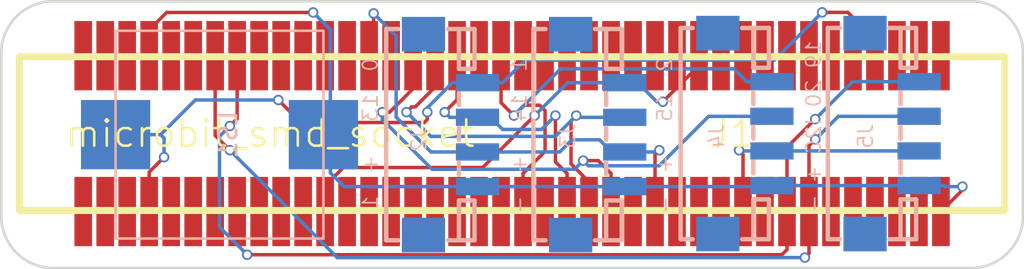
<source format=kicad_pcb>
(kicad_pcb (version 4) (host pcbnew 4.0.7)

  (general
    (links 77)
    (no_connects 37)
    (area 120.924999 83.924999 180.075001 99.075001)
    (thickness 1.6)
    (drawings 8)
    (tracks 205)
    (zones 0)
    (modules 6)
    (nets 22)
  )

  (page A4)
  (layers
    (0 F.Cu signal)
    (31 B.Cu signal)
    (32 B.Adhes user hide)
    (33 F.Adhes user hide)
    (34 B.Paste user)
    (35 F.Paste user)
    (36 B.SilkS user)
    (37 F.SilkS user hide)
    (38 B.Mask user hide)
    (39 F.Mask user hide)
    (40 Dwgs.User user hide)
    (41 Cmts.User user hide)
    (42 Eco1.User user hide)
    (43 Eco2.User user hide)
    (44 Edge.Cuts user)
    (45 Margin user hide)
    (46 B.CrtYd user hide)
    (47 F.CrtYd user hide)
    (48 B.Fab user hide)
    (49 F.Fab user hide)
  )

  (setup
    (last_trace_width 0.2)
    (trace_clearance 0.2)
    (zone_clearance 0.508)
    (zone_45_only no)
    (trace_min 0.2)
    (segment_width 0.2)
    (edge_width 0.15)
    (via_size 0.6)
    (via_drill 0.4)
    (via_min_size 0.4)
    (via_min_drill 0.3)
    (uvia_size 0.3)
    (uvia_drill 0.1)
    (uvias_allowed no)
    (uvia_min_size 0.2)
    (uvia_min_drill 0.1)
    (pcb_text_width 0.3)
    (pcb_text_size 1.5 1.5)
    (mod_edge_width 0.15)
    (mod_text_size 1 1)
    (mod_text_width 0.15)
    (pad_size 1.524 1.524)
    (pad_drill 0.762)
    (pad_to_mask_clearance 0.2)
    (aux_axis_origin 0 0)
    (visible_elements FFFFFF7F)
    (pcbplotparams
      (layerselection 0x00030_80000001)
      (usegerberextensions false)
      (excludeedgelayer true)
      (linewidth 0.100000)
      (plotframeref false)
      (viasonmask false)
      (mode 1)
      (useauxorigin false)
      (hpglpennumber 1)
      (hpglpenspeed 20)
      (hpglpendiameter 15)
      (hpglpenoverlay 2)
      (psnegative false)
      (psa4output false)
      (plotreference true)
      (plotvalue true)
      (plotinvisibletext false)
      (padsonsilk false)
      (subtractmaskfromsilk false)
      (outputformat 1)
      (mirror false)
      (drillshape 1)
      (scaleselection 1)
      (outputdirectory ""))
  )

  (net 0 "")
  (net 1 MB_0)
  (net 2 MB_1)
  (net 3 MB_2)
  (net 4 MB_3)
  (net 5 MB_4)
  (net 6 MB_5)
  (net 7 MB_6)
  (net 8 MB_7)
  (net 9 MB_8)
  (net 10 MB_9)
  (net 11 MB_10)
  (net 12 MB_11)
  (net 13 MB_12)
  (net 14 MB_13)
  (net 15 MB_14)
  (net 16 MB_15)
  (net 17 MB_16)
  (net 18 MB_19)
  (net 19 MB_20)
  (net 20 MB_3V3)
  (net 21 MB_GND)

  (net_class Default "This is the default net class."
    (clearance 0.2)
    (trace_width 0.2)
    (via_dia 0.6)
    (via_drill 0.4)
    (uvia_dia 0.3)
    (uvia_drill 0.1)
    (add_net MB_0)
    (add_net MB_1)
    (add_net MB_10)
    (add_net MB_11)
    (add_net MB_12)
    (add_net MB_13)
    (add_net MB_14)
    (add_net MB_15)
    (add_net MB_16)
    (add_net MB_19)
    (add_net MB_2)
    (add_net MB_20)
    (add_net MB_3)
    (add_net MB_3V3)
    (add_net MB_4)
    (add_net MB_5)
    (add_net MB_6)
    (add_net MB_7)
    (add_net MB_8)
    (add_net MB_9)
    (add_net MB_GND)
  )

  (module microbit-socket:smd_socket (layer F.Cu) (tedit 5A1D4357) (tstamp 5A1E8AF9)
    (at 150.495 91.44 180)
    (path /5A1D43CC)
    (fp_text reference J1 (at -12.7 0 180) (layer F.SilkS)
      (effects (font (thickness 0.15)))
    )
    (fp_text value microbit_smd_socket (at 13.97 0 180) (layer F.SilkS)
      (effects (font (thickness 0.15)))
    )
    (fp_line (start -28.45 -4.44) (end 28.45 -4.44) (layer F.SilkS) (width 0.4064))
    (fp_line (start 28.45 -4.44) (end 28.45 4.44) (layer F.SilkS) (width 0.4064))
    (fp_line (start 28.45 4.44) (end -28.45 4.44) (layer F.SilkS) (width 0.4064))
    (fp_line (start -28.45 4.44) (end -28.45 -4.44) (layer F.SilkS) (width 0.4064))
    (pad 25 smd rect (at -24.765 -4.5) (size 1.02 4) (layers F.Cu F.Paste F.Mask)
      (net 21 MB_GND))
    (pad 24 smd rect (at -23.495 -4.5) (size 1.02 4) (layers F.Cu F.Paste F.Mask)
      (net 21 MB_GND))
    (pad 24 smd rect (at -22.225 -4.5) (size 1.02 4) (layers F.Cu F.Paste F.Mask)
      (net 21 MB_GND))
    (pad 24 smd rect (at -20.955 -4.5) (size 1.02 4) (layers F.Cu F.Paste F.Mask)
      (net 21 MB_GND))
    (pad 24 smd rect (at -19.685 -4.5) (size 1.02 4) (layers F.Cu F.Paste F.Mask)
      (net 21 MB_GND))
    (pad 23 smd rect (at -18.415 -4.5) (size 1.02 4) (layers F.Cu F.Paste F.Mask)
      (net 21 MB_GND))
    (pad 19 smd rect (at -17.145 -4.5) (size 1.02 4) (layers F.Cu F.Paste F.Mask)
      (net 19 MB_20))
    (pad 18 smd rect (at -15.875 -4.5) (size 1.02 4) (layers F.Cu F.Paste F.Mask)
      (net 18 MB_19))
    (pad 22 smd rect (at -14.605 -4.5) (size 1.02 4) (layers F.Cu F.Paste F.Mask)
      (net 20 MB_3V3))
    (pad 21 smd rect (at -13.335 -4.5) (size 1.02 4) (layers F.Cu F.Paste F.Mask)
      (net 20 MB_3V3))
    (pad 21 smd rect (at -12.065 -4.5) (size 1.02 4) (layers F.Cu F.Paste F.Mask)
      (net 20 MB_3V3))
    (pad 21 smd rect (at -10.795 -4.5) (size 1.02 4) (layers F.Cu F.Paste F.Mask)
      (net 20 MB_3V3))
    (pad 21 smd rect (at -9.525 -4.5) (size 1.02 4) (layers F.Cu F.Paste F.Mask)
      (net 20 MB_3V3))
    (pad 20 smd rect (at -8.255 -4.5) (size 1.02 4) (layers F.Cu F.Paste F.Mask)
      (net 20 MB_3V3))
    (pad 17 smd rect (at -6.985 -4.5) (size 1.02 4) (layers F.Cu F.Paste F.Mask)
      (net 17 MB_16))
    (pad 16 smd rect (at -5.715 -4.5) (size 1.02 4) (layers F.Cu F.Paste F.Mask)
      (net 16 MB_15))
    (pad 15 smd rect (at -4.445 -4.5) (size 1.02 4) (layers F.Cu F.Paste F.Mask)
      (net 15 MB_14))
    (pad 14 smd rect (at -3.175 -4.5) (size 1.02 4) (layers F.Cu F.Paste F.Mask)
      (net 14 MB_13))
    (pad 3 smd rect (at -1.905 -4.5) (size 1.02 4) (layers F.Cu F.Paste F.Mask)
      (net 3 MB_2))
    (pad 3 smd rect (at -0.635 -4.5) (size 1.02 4) (layers F.Cu F.Paste F.Mask)
      (net 3 MB_2))
    (pad 3 smd rect (at 0.635 -4.5) (size 1.02 4) (layers F.Cu F.Paste F.Mask)
      (net 3 MB_2))
    (pad 3 smd rect (at 1.905 -4.5) (size 1.02 4) (layers F.Cu F.Paste F.Mask)
      (net 3 MB_2))
    (pad 13 smd rect (at 3.175 -4.5) (size 1.02 4) (layers F.Cu F.Paste F.Mask)
      (net 13 MB_12))
    (pad 12 smd rect (at 4.445 -4.5) (size 1.02 4) (layers F.Cu F.Paste F.Mask)
      (net 12 MB_11))
    (pad 11 smd rect (at 5.715 -4.5) (size 1.02 4) (layers F.Cu F.Paste F.Mask)
      (net 11 MB_10))
    (pad 10 smd rect (at 6.985 -4.5) (size 1.02 4) (layers F.Cu F.Paste F.Mask)
      (net 10 MB_9))
    (pad 9 smd rect (at 8.255 -4.5) (size 1.02 4) (layers F.Cu F.Paste F.Mask)
      (net 9 MB_8))
    (pad 2 smd rect (at 9.525 -4.5) (size 1.02 4) (layers F.Cu F.Paste F.Mask)
      (net 2 MB_1))
    (pad 2 smd rect (at 10.795 -4.5) (size 1.02 4) (layers F.Cu F.Paste F.Mask)
      (net 2 MB_1))
    (pad 2 smd rect (at 12.065 -4.5) (size 1.02 4) (layers F.Cu F.Paste F.Mask)
      (net 2 MB_1))
    (pad 2 smd rect (at 13.335 -4.5) (size 1.02 4) (layers F.Cu F.Paste F.Mask)
      (net 2 MB_1))
    (pad 8 smd rect (at 14.605 -4.5) (size 1.02 4) (layers F.Cu F.Paste F.Mask)
      (net 8 MB_7))
    (pad 7 smd rect (at 15.875 -4.5) (size 1.02 4) (layers F.Cu F.Paste F.Mask)
      (net 7 MB_6))
    (pad 6 smd rect (at 17.145 -4.5) (size 1.02 4) (layers F.Cu F.Paste F.Mask)
      (net 6 MB_5))
    (pad 5 smd rect (at 18.415 -4.5) (size 1.02 4) (layers F.Cu F.Paste F.Mask)
      (net 5 MB_4))
    (pad 1 smd rect (at 19.685 -4.5) (size 1.02 4) (layers F.Cu F.Paste F.Mask)
      (net 1 MB_0))
    (pad 1 smd rect (at 20.955 -4.5) (size 1.02 4) (layers F.Cu F.Paste F.Mask)
      (net 1 MB_0))
    (pad 1 smd rect (at 22.225 -4.5) (size 1.02 4) (layers F.Cu F.Paste F.Mask)
      (net 1 MB_0))
    (pad 1 smd rect (at 23.495 -4.5) (size 1.02 4) (layers F.Cu F.Paste F.Mask)
      (net 1 MB_0))
    (pad 4 smd rect (at 24.765 -4.5) (size 1.02 4) (layers F.Cu F.Paste F.Mask)
      (net 4 MB_3))
    (pad 50 smd rect (at 24.765 4.5 180) (size 1.02 4) (layers F.Cu F.Paste F.Mask)
      (net 21 MB_GND))
    (pad 49 smd rect (at 23.495 4.5 180) (size 1.02 4) (layers F.Cu F.Paste F.Mask)
      (net 21 MB_GND))
    (pad 49 smd rect (at 22.225 4.5 180) (size 1.02 4) (layers F.Cu F.Paste F.Mask)
      (net 21 MB_GND))
    (pad 49 smd rect (at 20.955 4.5 180) (size 1.02 4) (layers F.Cu F.Paste F.Mask)
      (net 21 MB_GND))
    (pad 49 smd rect (at 19.685 4.5 180) (size 1.02 4) (layers F.Cu F.Paste F.Mask)
      (net 21 MB_GND))
    (pad 48 smd rect (at 18.415 4.5 180) (size 1.02 4) (layers F.Cu F.Paste F.Mask)
      (net 21 MB_GND))
    (pad 44 smd rect (at 17.145 4.5 180) (size 1.02 4) (layers F.Cu F.Paste F.Mask)
      (net 19 MB_20))
    (pad 43 smd rect (at 15.875 4.5 180) (size 1.02 4) (layers F.Cu F.Paste F.Mask)
      (net 18 MB_19))
    (pad 47 smd rect (at 14.605 4.5 180) (size 1.02 4) (layers F.Cu F.Paste F.Mask)
      (net 20 MB_3V3))
    (pad 46 smd rect (at 13.335 4.5 180) (size 1.02 4) (layers F.Cu F.Paste F.Mask)
      (net 20 MB_3V3))
    (pad 46 smd rect (at 12.065 4.5 180) (size 1.02 4) (layers F.Cu F.Paste F.Mask)
      (net 20 MB_3V3))
    (pad 46 smd rect (at 10.795 4.5 180) (size 1.02 4) (layers F.Cu F.Paste F.Mask)
      (net 20 MB_3V3))
    (pad 46 smd rect (at 9.525 4.5 180) (size 1.02 4) (layers F.Cu F.Paste F.Mask)
      (net 20 MB_3V3))
    (pad 45 smd rect (at 8.255 4.5 180) (size 1.02 4) (layers F.Cu F.Paste F.Mask)
      (net 20 MB_3V3))
    (pad 42 smd rect (at 6.985 4.5 180) (size 1.02 4) (layers F.Cu F.Paste F.Mask)
      (net 17 MB_16))
    (pad 41 smd rect (at 5.715 4.5 180) (size 1.02 4) (layers F.Cu F.Paste F.Mask)
      (net 16 MB_15))
    (pad 40 smd rect (at 4.445 4.5 180) (size 1.02 4) (layers F.Cu F.Paste F.Mask)
      (net 15 MB_14))
    (pad 39 smd rect (at 3.175 4.5 180) (size 1.02 4) (layers F.Cu F.Paste F.Mask)
      (net 14 MB_13))
    (pad 28 smd rect (at 1.905 4.5 180) (size 1.02 4) (layers F.Cu F.Paste F.Mask)
      (net 3 MB_2))
    (pad 28 smd rect (at 0.635 4.5 180) (size 1.02 4) (layers F.Cu F.Paste F.Mask)
      (net 3 MB_2))
    (pad 28 smd rect (at -0.635 4.5 180) (size 1.02 4) (layers F.Cu F.Paste F.Mask)
      (net 3 MB_2))
    (pad 28 smd rect (at -1.905 4.5 180) (size 1.02 4) (layers F.Cu F.Paste F.Mask)
      (net 3 MB_2))
    (pad 38 smd rect (at -3.175 4.5 180) (size 1.02 4) (layers F.Cu F.Paste F.Mask)
      (net 13 MB_12))
    (pad 37 smd rect (at -4.445 4.5 180) (size 1.02 4) (layers F.Cu F.Paste F.Mask)
      (net 12 MB_11))
    (pad 36 smd rect (at -5.715 4.5 180) (size 1.02 4) (layers F.Cu F.Paste F.Mask)
      (net 11 MB_10))
    (pad 35 smd rect (at -6.985 4.5 180) (size 1.02 4) (layers F.Cu F.Paste F.Mask)
      (net 10 MB_9))
    (pad 34 smd rect (at -8.255 4.5 180) (size 1.02 4) (layers F.Cu F.Paste F.Mask)
      (net 9 MB_8))
    (pad 27 smd rect (at -9.525 4.5 180) (size 1.02 4) (layers F.Cu F.Paste F.Mask)
      (net 2 MB_1))
    (pad 27 smd rect (at -10.795 4.5 180) (size 1.02 4) (layers F.Cu F.Paste F.Mask)
      (net 2 MB_1))
    (pad 27 smd rect (at -12.065 4.5 180) (size 1.02 4) (layers F.Cu F.Paste F.Mask)
      (net 2 MB_1))
    (pad 27 smd rect (at -13.335 4.5 180) (size 1.02 4) (layers F.Cu F.Paste F.Mask)
      (net 2 MB_1))
    (pad 33 smd rect (at -14.605 4.5 180) (size 1.02 4) (layers F.Cu F.Paste F.Mask)
      (net 8 MB_7))
    (pad 32 smd rect (at -15.875 4.5 180) (size 1.02 4) (layers F.Cu F.Paste F.Mask)
      (net 7 MB_6))
    (pad 31 smd rect (at -17.145 4.5 180) (size 1.02 4) (layers F.Cu F.Paste F.Mask)
      (net 6 MB_5))
    (pad 30 smd rect (at -18.415 4.5 180) (size 1.02 4) (layers F.Cu F.Paste F.Mask)
      (net 5 MB_4))
    (pad 26 smd rect (at -19.685 4.5 180) (size 1.02 4) (layers F.Cu F.Paste F.Mask)
      (net 1 MB_0))
    (pad 26 smd rect (at -20.955 4.5 180) (size 1.02 4) (layers F.Cu F.Paste F.Mask)
      (net 1 MB_0))
    (pad 26 smd rect (at -22.225 4.5 180) (size 1.02 4) (layers F.Cu F.Paste F.Mask)
      (net 1 MB_0))
    (pad 26 smd rect (at -23.495 4.5 180) (size 1.02 4) (layers F.Cu F.Paste F.Mask)
      (net 1 MB_0))
    (pad 29 smd rect (at -24.765 4.5 180) (size 1.02 4) (layers F.Cu F.Paste F.Mask)
      (net 4 MB_3))
    (pad "" np_thru_hole circle (at -26.67 0 180) (size 2.2 2.2) (drill 2.2) (layers *.Cu))
    (pad "" np_thru_hole circle (at 26.67 0 180) (size 2.2 2.2) (drill 2.2) (layers *.Cu))
  )

  (module grove:HW4-SMD-2.0 (layer B.Cu) (tedit 5A1EA459) (tstamp 5A1E8B4E)
    (at 148.5 91.5 270)
    (path /5A1DEC5A)
    (fp_text reference J2 (at -0.5 2.9 270) (layer B.SilkS)
      (effects (font (size 0.84455 0.84455) (thickness 0.09779)) (justify left bottom mirror))
    )
    (fp_text value "0  13   +  1" (at -4.5 5.7 270) (layer B.SilkS)
      (effects (font (size 0.84455 0.84455) (thickness 0.09779)) (justify left bottom mirror))
    )
    (fp_line (start -6.1 1.073) (end -3.8 1.073) (layer B.SilkS) (width 0.254))
    (fp_line (start -6.1 5.273) (end 6.1 5.273) (layer B.SilkS) (width 0.254))
    (fp_line (start -6.1 1.073) (end -6.1 0.173) (layer B.SilkS) (width 0.254))
    (fp_line (start -6.1 0.173) (end -3.8 0.173) (layer B.SilkS) (width 0.254))
    (fp_line (start -3.8 0.173) (end -3.8 1.073) (layer B.SilkS) (width 0.254))
    (fp_line (start -3.8 1.073) (end 3.8 1.073) (layer Dwgs.User) (width 0.254))
    (fp_line (start 3.8 1.073) (end 6.1 1.073) (layer B.SilkS) (width 0.254))
    (fp_line (start 3.8 1.073) (end 3.8 0.173) (layer B.SilkS) (width 0.254))
    (fp_line (start 3.8 0.173) (end 6.1 0.173) (layer B.SilkS) (width 0.254))
    (fp_line (start 6.1 0.173) (end 6.1 1.073) (layer B.SilkS) (width 0.254))
    (fp_line (start -6.1 5.273) (end -6.1 4.573) (layer B.SilkS) (width 0.254))
    (fp_line (start -6.1 1.073) (end -6.1 1.719) (layer B.SilkS) (width 0.254))
    (fp_line (start 6.1 5.273) (end 6.1 4.573) (layer B.SilkS) (width 0.254))
    (fp_line (start 6.1 1.073) (end 6.1 1.719) (layer B.SilkS) (width 0.254))
    (fp_line (start -2.4 1.073) (end -1.7 1.073) (layer B.SilkS) (width 0.254))
    (fp_line (start -0.4 1.073) (end 0.3 1.073) (layer B.SilkS) (width 0.254))
    (fp_line (start 1.6 1.073) (end 2.3 1.073) (layer B.SilkS) (width 0.254))
    (pad 1 smd rect (at -3 0 180) (size 2.5 1) (layers B.Cu B.Paste B.Mask)
      (net 1 MB_0))
    (pad 2 smd rect (at -1 0 180) (size 2.5 1) (layers B.Cu B.Paste B.Mask)
      (net 14 MB_13))
    (pad 3 smd rect (at 1 0 180) (size 2.5 1) (layers B.Cu B.Paste B.Mask)
      (net 20 MB_3V3))
    (pad 4 smd rect (at 3 0 180) (size 2.5 1) (layers B.Cu B.Paste B.Mask)
      (net 21 MB_GND))
    (pad SS1 smd rect (at -5.8 3.123 180) (size 2.5 2) (layers B.Cu B.Paste B.Mask))
    (pad SS2 smd rect (at 5.8 3.123 180) (size 2.5 2) (layers B.Cu B.Paste B.Mask))
  )

  (module grove:HW4-SMD-2.0 (layer B.Cu) (tedit 5A1EA43E) (tstamp 5A1E8B68)
    (at 157 91.5 270)
    (path /5A1DECCE)
    (fp_text reference J3 (at -0.7 2.8 270) (layer B.SilkS)
      (effects (font (size 0.84455 0.84455) (thickness 0.09779)) (justify left bottom mirror))
    )
    (fp_text value "1  14   +  -" (at -4.5 5.6 270) (layer B.SilkS)
      (effects (font (size 0.84455 0.84455) (thickness 0.09779)) (justify left bottom mirror))
    )
    (fp_line (start -6.1 1.073) (end -3.8 1.073) (layer B.SilkS) (width 0.254))
    (fp_line (start -6.1 5.273) (end 6.1 5.273) (layer B.SilkS) (width 0.254))
    (fp_line (start -6.1 1.073) (end -6.1 0.173) (layer B.SilkS) (width 0.254))
    (fp_line (start -6.1 0.173) (end -3.8 0.173) (layer B.SilkS) (width 0.254))
    (fp_line (start -3.8 0.173) (end -3.8 1.073) (layer B.SilkS) (width 0.254))
    (fp_line (start -3.8 1.073) (end 3.8 1.073) (layer Dwgs.User) (width 0.254))
    (fp_line (start 3.8 1.073) (end 6.1 1.073) (layer B.SilkS) (width 0.254))
    (fp_line (start 3.8 1.073) (end 3.8 0.173) (layer B.SilkS) (width 0.254))
    (fp_line (start 3.8 0.173) (end 6.1 0.173) (layer B.SilkS) (width 0.254))
    (fp_line (start 6.1 0.173) (end 6.1 1.073) (layer B.SilkS) (width 0.254))
    (fp_line (start -6.1 5.273) (end -6.1 4.573) (layer B.SilkS) (width 0.254))
    (fp_line (start -6.1 1.073) (end -6.1 1.719) (layer B.SilkS) (width 0.254))
    (fp_line (start 6.1 5.273) (end 6.1 4.573) (layer B.SilkS) (width 0.254))
    (fp_line (start 6.1 1.073) (end 6.1 1.719) (layer B.SilkS) (width 0.254))
    (fp_line (start -2.4 1.073) (end -1.7 1.073) (layer B.SilkS) (width 0.254))
    (fp_line (start -0.4 1.073) (end 0.3 1.073) (layer B.SilkS) (width 0.254))
    (fp_line (start 1.6 1.073) (end 2.3 1.073) (layer B.SilkS) (width 0.254))
    (pad 1 smd rect (at -3 0 180) (size 2.5 1) (layers B.Cu B.Paste B.Mask)
      (net 2 MB_1))
    (pad 2 smd rect (at -1 0 180) (size 2.5 1) (layers B.Cu B.Paste B.Mask)
      (net 15 MB_14))
    (pad 3 smd rect (at 1 0 180) (size 2.5 1) (layers B.Cu B.Paste B.Mask)
      (net 20 MB_3V3))
    (pad 4 smd rect (at 3 0 180) (size 2.5 1) (layers B.Cu B.Paste B.Mask)
      (net 21 MB_GND))
    (pad SS1 smd rect (at -5.8 3.123 180) (size 2.5 2) (layers B.Cu B.Paste B.Mask))
    (pad SS2 smd rect (at 5.8 3.123 180) (size 2.5 2) (layers B.Cu B.Paste B.Mask))
  )

  (module grove:HW4-SMD-2.0 (layer B.Cu) (tedit 5A1EA42D) (tstamp 5A1E8B82)
    (at 165.5 91.44 270)
    (path /5A1DED22)
    (fp_text reference J4 (at -0.64 2.7 270) (layer B.SilkS)
      (effects (font (size 0.84455 0.84455) (thickness 0.09779)) (justify left bottom mirror))
    )
    (fp_text value "2  15   +  -" (at -4.44 5.7 270) (layer B.SilkS)
      (effects (font (size 0.84455 0.84455) (thickness 0.09779)) (justify left bottom mirror))
    )
    (fp_line (start -6.1 1.073) (end -3.8 1.073) (layer B.SilkS) (width 0.254))
    (fp_line (start -6.1 5.273) (end 6.1 5.273) (layer B.SilkS) (width 0.254))
    (fp_line (start -6.1 1.073) (end -6.1 0.173) (layer B.SilkS) (width 0.254))
    (fp_line (start -6.1 0.173) (end -3.8 0.173) (layer B.SilkS) (width 0.254))
    (fp_line (start -3.8 0.173) (end -3.8 1.073) (layer B.SilkS) (width 0.254))
    (fp_line (start -3.8 1.073) (end 3.8 1.073) (layer Dwgs.User) (width 0.254))
    (fp_line (start 3.8 1.073) (end 6.1 1.073) (layer B.SilkS) (width 0.254))
    (fp_line (start 3.8 1.073) (end 3.8 0.173) (layer B.SilkS) (width 0.254))
    (fp_line (start 3.8 0.173) (end 6.1 0.173) (layer B.SilkS) (width 0.254))
    (fp_line (start 6.1 0.173) (end 6.1 1.073) (layer B.SilkS) (width 0.254))
    (fp_line (start -6.1 5.273) (end -6.1 4.573) (layer B.SilkS) (width 0.254))
    (fp_line (start -6.1 1.073) (end -6.1 1.719) (layer B.SilkS) (width 0.254))
    (fp_line (start 6.1 5.273) (end 6.1 4.573) (layer B.SilkS) (width 0.254))
    (fp_line (start 6.1 1.073) (end 6.1 1.719) (layer B.SilkS) (width 0.254))
    (fp_line (start -2.4 1.073) (end -1.7 1.073) (layer B.SilkS) (width 0.254))
    (fp_line (start -0.4 1.073) (end 0.3 1.073) (layer B.SilkS) (width 0.254))
    (fp_line (start 1.6 1.073) (end 2.3 1.073) (layer B.SilkS) (width 0.254))
    (pad 1 smd rect (at -3 0 180) (size 2.5 1) (layers B.Cu B.Paste B.Mask)
      (net 3 MB_2))
    (pad 2 smd rect (at -1 0 180) (size 2.5 1) (layers B.Cu B.Paste B.Mask)
      (net 16 MB_15))
    (pad 3 smd rect (at 1 0 180) (size 2.5 1) (layers B.Cu B.Paste B.Mask)
      (net 20 MB_3V3))
    (pad 4 smd rect (at 3 0 180) (size 2.5 1) (layers B.Cu B.Paste B.Mask)
      (net 21 MB_GND))
    (pad SS1 smd rect (at -5.8 3.123 180) (size 2.5 2) (layers B.Cu B.Paste B.Mask))
    (pad SS2 smd rect (at 5.8 3.123 180) (size 2.5 2) (layers B.Cu B.Paste B.Mask))
  )

  (module grove:HW4-SMD-2.0 (layer B.Cu) (tedit 5A1EA40F) (tstamp 5A1E8B9C)
    (at 174 91.44 270)
    (path /5A1DEE26)
    (fp_text reference J5 (at -0.64 2.6 270) (layer B.SilkS)
      (effects (font (size 0.84455 0.84455) (thickness 0.09779)) (justify left bottom mirror))
    )
    (fp_text value "19 20 I2C + -" (at -5.44 5.6 270) (layer B.SilkS)
      (effects (font (size 0.84455 0.84455) (thickness 0.09779)) (justify left bottom mirror))
    )
    (fp_line (start -6.1 1.073) (end -3.8 1.073) (layer B.SilkS) (width 0.254))
    (fp_line (start -6.1 5.273) (end 6.1 5.273) (layer B.SilkS) (width 0.254))
    (fp_line (start -6.1 1.073) (end -6.1 0.173) (layer B.SilkS) (width 0.254))
    (fp_line (start -6.1 0.173) (end -3.8 0.173) (layer B.SilkS) (width 0.254))
    (fp_line (start -3.8 0.173) (end -3.8 1.073) (layer B.SilkS) (width 0.254))
    (fp_line (start -3.8 1.073) (end 3.8 1.073) (layer Dwgs.User) (width 0.254))
    (fp_line (start 3.8 1.073) (end 6.1 1.073) (layer B.SilkS) (width 0.254))
    (fp_line (start 3.8 1.073) (end 3.8 0.173) (layer B.SilkS) (width 0.254))
    (fp_line (start 3.8 0.173) (end 6.1 0.173) (layer B.SilkS) (width 0.254))
    (fp_line (start 6.1 0.173) (end 6.1 1.073) (layer B.SilkS) (width 0.254))
    (fp_line (start -6.1 5.273) (end -6.1 4.573) (layer B.SilkS) (width 0.254))
    (fp_line (start -6.1 1.073) (end -6.1 1.719) (layer B.SilkS) (width 0.254))
    (fp_line (start 6.1 5.273) (end 6.1 4.573) (layer B.SilkS) (width 0.254))
    (fp_line (start 6.1 1.073) (end 6.1 1.719) (layer B.SilkS) (width 0.254))
    (fp_line (start -2.4 1.073) (end -1.7 1.073) (layer B.SilkS) (width 0.254))
    (fp_line (start -0.4 1.073) (end 0.3 1.073) (layer B.SilkS) (width 0.254))
    (fp_line (start 1.6 1.073) (end 2.3 1.073) (layer B.SilkS) (width 0.254))
    (pad 1 smd rect (at -3 0 180) (size 2.5 1) (layers B.Cu B.Paste B.Mask)
      (net 18 MB_19))
    (pad 2 smd rect (at -1 0 180) (size 2.5 1) (layers B.Cu B.Paste B.Mask)
      (net 19 MB_20))
    (pad 3 smd rect (at 1 0 180) (size 2.5 1) (layers B.Cu B.Paste B.Mask)
      (net 20 MB_3V3))
    (pad 4 smd rect (at 3 0 180) (size 2.5 1) (layers B.Cu B.Paste B.Mask)
      (net 21 MB_GND))
    (pad SS1 smd rect (at -5.8 3.123 180) (size 2.5 2) (layers B.Cu B.Paste B.Mask))
    (pad SS2 smd rect (at 5.8 3.123 180) (size 2.5 2) (layers B.Cu B.Paste B.Mask))
  )

  (module piezo:PKLCS1212E4001-R1 (layer B.Cu) (tedit 5A1E99A6) (tstamp 5A1E9A75)
    (at 133.6 91.5 270)
    (path /5A1DF0A4)
    (fp_text reference LS1 (at 0 -0.5 270) (layer B.SilkS)
      (effects (font (size 1 1) (thickness 0.15)) (justify mirror))
    )
    (fp_text value Speaker (at 0 0.5 270) (layer B.Fab)
      (effects (font (size 1 1) (thickness 0.15)) (justify mirror))
    )
    (fp_line (start -6 6) (end 6 6) (layer B.SilkS) (width 0.15))
    (fp_line (start -6 -6) (end -6 6) (layer B.SilkS) (width 0.15))
    (fp_line (start 6 -6) (end -6 -6) (layer B.SilkS) (width 0.15))
    (fp_line (start 6 6) (end 6 -6) (layer B.SilkS) (width 0.15))
    (pad 1 smd rect (at 0 6 270) (size 4 4) (layers B.Cu B.Paste B.Mask)
      (net 1 MB_0))
    (pad 2 smd rect (at 0 -6 270) (size 4 4) (layers B.Cu B.Paste B.Mask)
      (net 21 MB_GND))
  )

  (gr_arc (start 177 86.8) (end 177 83.8) (angle 90) (layer Edge.Cuts) (width 0.15))
  (gr_arc (start 177 96.2) (end 180 96.2) (angle 90) (layer Edge.Cuts) (width 0.15))
  (gr_arc (start 124 96.2) (end 124 99.2) (angle 90) (layer Edge.Cuts) (width 0.15))
  (gr_arc (start 124 86.8) (end 121 86.8) (angle 90) (layer Edge.Cuts) (width 0.15))
  (gr_line (start 177 99.2) (end 124 99.2) (layer Edge.Cuts) (width 0.15))
  (gr_line (start 180 86.8) (end 180 96.2) (layer Edge.Cuts) (width 0.15))
  (gr_line (start 124 83.8) (end 177 83.8) (layer Edge.Cuts) (width 0.15))
  (gr_line (start 121 86.8) (end 121 96.2) (layer Edge.Cuts) (width 0.15))

  (segment (start 145.6 90.624264) (end 145.6 90.2) (width 0.2) (layer F.Cu) (net 1))
  (segment (start 137 89.5) (end 138.300001 90.800001) (width 0.2) (layer F.Cu) (net 1))
  (segment (start 145.424263 90.800001) (end 145.6 90.624264) (width 0.2) (layer F.Cu) (net 1))
  (segment (start 138.300001 90.800001) (end 145.424263 90.800001) (width 0.2) (layer F.Cu) (net 1))
  (segment (start 147.05 88.5) (end 145.6 89.95) (width 0.2) (layer B.Cu) (net 1))
  (segment (start 148.5 88.5) (end 147.05 88.5) (width 0.2) (layer B.Cu) (net 1))
  (segment (start 145.6 89.95) (end 145.6 90.2) (width 0.2) (layer B.Cu) (net 1))
  (via (at 145.6 90.2) (size 0.6) (drill 0.4) (layers F.Cu B.Cu) (net 1))
  (segment (start 130.4 91.7) (end 130.4 92.375736) (width 0.2) (layer B.Cu) (net 1))
  (segment (start 130.100001 93.099999) (end 130.4 92.8) (width 0.2) (layer F.Cu) (net 1))
  (segment (start 130.4 92.375736) (end 130.4 92.8) (width 0.2) (layer B.Cu) (net 1))
  (segment (start 129.54 93.66) (end 130.100001 93.099999) (width 0.2) (layer F.Cu) (net 1))
  (segment (start 129.54 95.94) (end 129.54 93.66) (width 0.2) (layer F.Cu) (net 1))
  (segment (start 130.2 91.5) (end 130.4 91.7) (width 0.2) (layer B.Cu) (net 1))
  (via (at 130.4 92.8) (size 0.6) (drill 0.4) (layers F.Cu B.Cu) (net 1))
  (segment (start 168.100001 84.739965) (end 168.4 84.439966) (width 0.2) (layer B.Cu) (net 1))
  (segment (start 165.639966 87.2) (end 168.100001 84.739965) (width 0.2) (layer B.Cu) (net 1))
  (segment (start 151.25 87.2) (end 165.639966 87.2) (width 0.2) (layer B.Cu) (net 1))
  (segment (start 149.95 88.5) (end 151.25 87.2) (width 0.2) (layer B.Cu) (net 1))
  (segment (start 148.5 88.5) (end 149.95 88.5) (width 0.2) (layer B.Cu) (net 1))
  (segment (start 168.824264 84.439966) (end 168.4 84.439966) (width 0.2) (layer F.Cu) (net 1))
  (segment (start 169.879966 84.439966) (end 168.824264 84.439966) (width 0.2) (layer F.Cu) (net 1))
  (segment (start 170.18 84.74) (end 169.879966 84.439966) (width 0.2) (layer F.Cu) (net 1))
  (segment (start 170.18 86.94) (end 170.18 84.74) (width 0.2) (layer F.Cu) (net 1))
  (via (at 168.4 84.439966) (size 0.6) (drill 0.4) (layers F.Cu B.Cu) (net 1))
  (segment (start 130.2 91.5) (end 132.2 89.5) (width 0.2) (layer B.Cu) (net 1))
  (segment (start 132.2 89.5) (end 137 89.5) (width 0.2) (layer B.Cu) (net 1))
  (via (at 137 89.5) (size 0.6) (drill 0.4) (layers F.Cu B.Cu) (net 1))
  (segment (start 173.99 86.94) (end 170.18 86.94) (width 0.2) (layer F.Cu) (net 1))
  (segment (start 127 95.94) (end 130.81 95.94) (width 0.2) (layer F.Cu) (net 1))
  (segment (start 128 91.5) (end 130.2 91.5) (width 0.2) (layer B.Cu) (net 1))
  (segment (start 139.7 95.94) (end 139.7 94.45) (width 0.2) (layer F.Cu) (net 2))
  (segment (start 139.7 94.45) (end 140.75 93.4) (width 0.2) (layer F.Cu) (net 2))
  (segment (start 140.75 93.4) (end 148.799996 93.4) (width 0.2) (layer F.Cu) (net 2))
  (segment (start 157 88.5) (end 153.699996 88.5) (width 0.2) (layer B.Cu) (net 2))
  (segment (start 148.799996 93.4) (end 151.499988 90.700008) (width 0.2) (layer F.Cu) (net 2))
  (segment (start 151.499988 90.700008) (end 151.799987 90.400009) (width 0.2) (layer F.Cu) (net 2))
  (segment (start 152.099986 90.10001) (end 151.799987 90.400009) (width 0.2) (layer B.Cu) (net 2))
  (segment (start 153.699996 88.5) (end 152.099986 90.10001) (width 0.2) (layer B.Cu) (net 2))
  (via (at 151.799987 90.400009) (size 0.6) (drill 0.4) (layers F.Cu B.Cu) (net 2))
  (segment (start 158.85 89.6) (end 159.2 89.6) (width 0.2) (layer B.Cu) (net 2))
  (segment (start 157.75 88.5) (end 158.85 89.6) (width 0.2) (layer B.Cu) (net 2))
  (segment (start 157 88.5) (end 157.75 88.5) (width 0.2) (layer B.Cu) (net 2))
  (segment (start 160.8 88) (end 159.2 89.6) (width 0.2) (layer F.Cu) (net 2))
  (via (at 159.2 89.6) (size 0.6) (drill 0.4) (layers F.Cu B.Cu) (net 2))
  (segment (start 160.02 86.94) (end 163.83 86.94) (width 0.2) (layer F.Cu) (net 2))
  (segment (start 137.16 95.94) (end 140.97 95.94) (width 0.2) (layer F.Cu) (net 2))
  (segment (start 151.13 93.74) (end 152.4 92.47) (width 0.2) (layer F.Cu) (net 3))
  (segment (start 152.4 92.47) (end 152.4 90.111998) (width 0.2) (layer F.Cu) (net 3))
  (segment (start 151.13 95.94) (end 151.13 93.74) (width 0.2) (layer F.Cu) (net 3))
  (segment (start 153.300001 87.699999) (end 150.899999 90.100001) (width 0.2) (layer B.Cu) (net 3))
  (segment (start 163.309999 87.699999) (end 153.300001 87.699999) (width 0.2) (layer B.Cu) (net 3))
  (segment (start 149.86 86.94) (end 149.86 89.66) (width 0.2) (layer F.Cu) (net 3))
  (segment (start 152.4 90.111998) (end 152.088001 89.799999) (width 0.2) (layer F.Cu) (net 3))
  (segment (start 150.899999 90.100001) (end 150.6 90.4) (width 0.2) (layer B.Cu) (net 3))
  (segment (start 150.300001 90.100001) (end 150.6 90.4) (width 0.2) (layer F.Cu) (net 3))
  (segment (start 152.088001 89.799999) (end 151.200001 89.799999) (width 0.2) (layer F.Cu) (net 3))
  (segment (start 164.05 88.44) (end 163.309999 87.699999) (width 0.2) (layer B.Cu) (net 3))
  (segment (start 165.5 88.44) (end 164.05 88.44) (width 0.2) (layer B.Cu) (net 3))
  (segment (start 149.86 89.66) (end 150.300001 90.100001) (width 0.2) (layer F.Cu) (net 3))
  (segment (start 150.899999 90.100001) (end 150.6 90.4) (width 0.2) (layer F.Cu) (net 3))
  (segment (start 151.200001 89.799999) (end 150.899999 90.100001) (width 0.2) (layer F.Cu) (net 3))
  (via (at 150.6 90.4) (size 0.6) (drill 0.4) (layers F.Cu B.Cu) (net 3))
  (segment (start 148.59 86.94) (end 152.4 86.94) (width 0.2) (layer F.Cu) (net 3))
  (segment (start 148.59 95.94) (end 152.4 95.94) (width 0.2) (layer F.Cu) (net 3))
  (segment (start 153.67 95.94) (end 153.67 93.74) (width 0.2) (layer F.Cu) (net 14))
  (segment (start 152.700001 90.699999) (end 153 90.4) (width 0.2) (layer B.Cu) (net 14))
  (segment (start 152.2 91.2) (end 152.700001 90.699999) (width 0.2) (layer B.Cu) (net 14))
  (segment (start 148.5 90.5) (end 149.25 90.5) (width 0.2) (layer B.Cu) (net 14))
  (segment (start 149.25 90.5) (end 149.95 91.2) (width 0.2) (layer B.Cu) (net 14))
  (segment (start 149.95 91.2) (end 152.2 91.2) (width 0.2) (layer B.Cu) (net 14))
  (segment (start 153.67 93.74) (end 153 93.07) (width 0.2) (layer F.Cu) (net 14))
  (segment (start 153 93.07) (end 153 90.824264) (width 0.2) (layer F.Cu) (net 14))
  (segment (start 153 90.824264) (end 153 90.4) (width 0.2) (layer F.Cu) (net 14))
  (via (at 153 90.4) (size 0.6) (drill 0.4) (layers F.Cu B.Cu) (net 14))
  (segment (start 147.32 89.479994) (end 146.899999 89.899995) (width 0.2) (layer F.Cu) (net 14))
  (segment (start 147.32 86.94) (end 147.32 89.479994) (width 0.2) (layer F.Cu) (net 14))
  (segment (start 146.899999 90.499993) (end 146.6 90.199994) (width 0.2) (layer B.Cu) (net 14))
  (segment (start 148.5 90.5) (end 146.900006 90.5) (width 0.2) (layer B.Cu) (net 14))
  (segment (start 146.900006 90.5) (end 146.899999 90.499993) (width 0.2) (layer B.Cu) (net 14))
  (segment (start 146.899999 89.899995) (end 146.6 90.199994) (width 0.2) (layer F.Cu) (net 14))
  (via (at 146.6 90.199994) (size 0.6) (drill 0.4) (layers F.Cu B.Cu) (net 14))
  (segment (start 154.3 90.5) (end 154.2 90.4) (width 0.2) (layer B.Cu) (net 15))
  (segment (start 154.94 94.228005) (end 153.900001 93.188006) (width 0.2) (layer F.Cu) (net 15))
  (segment (start 154.94 95.94) (end 154.94 94.228005) (width 0.2) (layer F.Cu) (net 15))
  (segment (start 153.900001 90.699999) (end 154.2 90.4) (width 0.2) (layer B.Cu) (net 15))
  (segment (start 152.999989 91.600011) (end 153.900001 90.699999) (width 0.2) (layer B.Cu) (net 15))
  (segment (start 157 90.5) (end 154.3 90.5) (width 0.2) (layer B.Cu) (net 15))
  (segment (start 144.4 90.2) (end 145.800011 91.600011) (width 0.2) (layer B.Cu) (net 15))
  (segment (start 145.800011 91.600011) (end 152.999989 91.600011) (width 0.2) (layer B.Cu) (net 15))
  (segment (start 153.900001 90.699999) (end 154.2 90.4) (width 0.2) (layer F.Cu) (net 15))
  (segment (start 153.900001 93.188006) (end 153.900001 90.699999) (width 0.2) (layer F.Cu) (net 15))
  (via (at 154.2 90.4) (size 0.6) (drill 0.4) (layers F.Cu B.Cu) (net 15))
  (segment (start 144.699999 89.900001) (end 144.4 90.2) (width 0.2) (layer F.Cu) (net 15))
  (segment (start 144.900009 89.900001) (end 144.699999 89.900001) (width 0.2) (layer F.Cu) (net 15))
  (segment (start 146.05 86.94) (end 146.05 88.75001) (width 0.2) (layer F.Cu) (net 15))
  (segment (start 146.05 88.75001) (end 144.900009 89.900001) (width 0.2) (layer F.Cu) (net 15))
  (via (at 144.4 90.2) (size 0.6) (drill 0.4) (layers F.Cu B.Cu) (net 15))
  (segment (start 154.899999 93.299993) (end 154.6 92.999994) (width 0.2) (layer B.Cu) (net 16))
  (segment (start 154.900009 93.300003) (end 154.899999 93.299993) (width 0.2) (layer B.Cu) (net 16))
  (segment (start 158.987999 93.300003) (end 154.900009 93.300003) (width 0.2) (layer B.Cu) (net 16))
  (segment (start 161.848002 90.44) (end 158.987999 93.300003) (width 0.2) (layer B.Cu) (net 16))
  (segment (start 165.5 90.44) (end 161.848002 90.44) (width 0.2) (layer B.Cu) (net 16))
  (segment (start 154.300001 93.299993) (end 154.6 92.999994) (width 0.2) (layer B.Cu) (net 16))
  (segment (start 143.000014 90.624264) (end 145.875757 93.500007) (width 0.2) (layer B.Cu) (net 16))
  (segment (start 155.024264 92.999994) (end 154.6 92.999994) (width 0.2) (layer F.Cu) (net 16))
  (segment (start 143.000014 90.2) (end 143.000014 90.624264) (width 0.2) (layer B.Cu) (net 16))
  (segment (start 156.21 95.94) (end 156.21 93.74) (width 0.2) (layer F.Cu) (net 16))
  (segment (start 156.21 93.74) (end 155.469994 92.999994) (width 0.2) (layer F.Cu) (net 16))
  (via (at 154.6 92.999994) (size 0.6) (drill 0.4) (layers F.Cu B.Cu) (net 16))
  (segment (start 154.099987 93.500007) (end 154.300001 93.299993) (width 0.2) (layer B.Cu) (net 16))
  (segment (start 155.469994 92.999994) (end 155.024264 92.999994) (width 0.2) (layer F.Cu) (net 16))
  (segment (start 145.875757 93.500007) (end 154.099987 93.500007) (width 0.2) (layer B.Cu) (net 16))
  (segment (start 144.78 88.844278) (end 143.424278 90.2) (width 0.2) (layer F.Cu) (net 16))
  (segment (start 144.78 86.94) (end 144.78 88.844278) (width 0.2) (layer F.Cu) (net 16))
  (segment (start 143.424278 90.2) (end 143.000014 90.2) (width 0.2) (layer F.Cu) (net 16))
  (via (at 143.000014 90.2) (size 0.6) (drill 0.4) (layers F.Cu B.Cu) (net 16))
  (segment (start 133.899995 91.299999) (end 134.199994 91) (width 0.2) (layer B.Cu) (net 18))
  (segment (start 133.599998 91.599996) (end 133.899995 91.299999) (width 0.2) (layer B.Cu) (net 18))
  (segment (start 133.599998 96.832753) (end 133.599998 91.599996) (width 0.2) (layer B.Cu) (net 18))
  (segment (start 135.202041 98.434796) (end 133.599998 96.832753) (width 0.2) (layer B.Cu) (net 18))
  (segment (start 134.499993 90.700001) (end 134.199994 91) (width 0.2) (layer F.Cu) (net 18))
  (segment (start 134.62 90.579994) (end 134.499993 90.700001) (width 0.2) (layer F.Cu) (net 18))
  (segment (start 134.62 86.94) (end 134.62 90.579994) (width 0.2) (layer F.Cu) (net 18))
  (via (at 134.199994 91) (size 0.6) (drill 0.4) (layers F.Cu B.Cu) (net 18))
  (segment (start 168.300005 90.300001) (end 168.000006 90.6) (width 0.2) (layer B.Cu) (net 18))
  (segment (start 170.160006 88.44) (end 168.300005 90.300001) (width 0.2) (layer B.Cu) (net 18))
  (segment (start 174 88.44) (end 170.160006 88.44) (width 0.2) (layer B.Cu) (net 18))
  (segment (start 166.37 92.230006) (end 167.700007 90.899999) (width 0.2) (layer F.Cu) (net 18))
  (segment (start 166.37 95.94) (end 166.37 92.230006) (width 0.2) (layer F.Cu) (net 18))
  (segment (start 167.700007 90.899999) (end 168.000006 90.6) (width 0.2) (layer F.Cu) (net 18))
  (via (at 168.000006 90.6) (size 0.6) (drill 0.4) (layers F.Cu B.Cu) (net 18))
  (segment (start 166.075204 98.434796) (end 135.626305 98.434796) (width 0.2) (layer F.Cu) (net 18))
  (segment (start 166.37 98.14) (end 166.075204 98.434796) (width 0.2) (layer F.Cu) (net 18))
  (segment (start 135.626305 98.434796) (end 135.202041 98.434796) (width 0.2) (layer F.Cu) (net 18))
  (via (at 135.202041 98.434796) (size 0.6) (drill 0.4) (layers F.Cu B.Cu) (net 18))
  (segment (start 166.37 95.94) (end 166.37 98.14) (width 0.2) (layer F.Cu) (net 18))
  (segment (start 133.900001 92.100001) (end 134.2 92.4) (width 0.2) (layer F.Cu) (net 19))
  (segment (start 133.35 86.94) (end 133.35 91.55) (width 0.2) (layer F.Cu) (net 19))
  (segment (start 134.499999 92.699999) (end 134.2 92.4) (width 0.2) (layer B.Cu) (net 19))
  (segment (start 140.4 98.6) (end 134.499999 92.699999) (width 0.2) (layer B.Cu) (net 19))
  (segment (start 167.4 98.6) (end 140.4 98.6) (width 0.2) (layer B.Cu) (net 19))
  (via (at 134.2 92.4) (size 0.6) (drill 0.4) (layers F.Cu B.Cu) (net 19))
  (segment (start 133.35 91.55) (end 133.900001 92.100001) (width 0.2) (layer F.Cu) (net 19))
  (segment (start 169.34092 90.44) (end 168.308575 91.472345) (width 0.2) (layer B.Cu) (net 19))
  (segment (start 174 90.44) (end 169.34092 90.44) (width 0.2) (layer B.Cu) (net 19))
  (segment (start 167.708577 92.072343) (end 168.008576 91.772344) (width 0.2) (layer F.Cu) (net 19))
  (segment (start 167.64 95.94) (end 167.64 92.14092) (width 0.2) (layer F.Cu) (net 19))
  (segment (start 168.308575 91.472345) (end 168.008576 91.772344) (width 0.2) (layer B.Cu) (net 19))
  (segment (start 167.64 92.14092) (end 167.708577 92.072343) (width 0.2) (layer F.Cu) (net 19))
  (via (at 168.008576 91.772344) (size 0.6) (drill 0.4) (layers F.Cu B.Cu) (net 19))
  (segment (start 167.64 98.36) (end 167.4 98.6) (width 0.2) (layer F.Cu) (net 19))
  (segment (start 167.64 95.94) (end 167.64 98.36) (width 0.2) (layer F.Cu) (net 19))
  (via (at 167.4 98.6) (size 0.6) (drill 0.4) (layers F.Cu B.Cu) (net 19))
  (segment (start 158.75 92.65) (end 159 92.4) (width 0.2) (layer F.Cu) (net 20))
  (segment (start 158.9 92.5) (end 159 92.4) (width 0.2) (layer B.Cu) (net 20))
  (segment (start 157 92.5) (end 158.9 92.5) (width 0.2) (layer B.Cu) (net 20))
  (segment (start 158.75 95.94) (end 158.75 92.65) (width 0.2) (layer F.Cu) (net 20))
  (via (at 159 92.4) (size 0.6) (drill 0.4) (layers F.Cu B.Cu) (net 20))
  (segment (start 163.639996 92.44) (end 163.6 92.400004) (width 0.2) (layer B.Cu) (net 20))
  (segment (start 165.5 92.44) (end 163.639996 92.44) (width 0.2) (layer B.Cu) (net 20))
  (segment (start 163.83 92.630004) (end 163.6 92.400004) (width 0.2) (layer F.Cu) (net 20))
  (segment (start 163.83 95.94) (end 163.83 92.630004) (width 0.2) (layer F.Cu) (net 20))
  (via (at 163.6 92.400004) (size 0.6) (drill 0.4) (layers F.Cu B.Cu) (net 20))
  (segment (start 156.25 92.5) (end 155.55 91.8) (width 0.2) (layer B.Cu) (net 20))
  (segment (start 153.250002 92.5) (end 149.95 92.5) (width 0.2) (layer B.Cu) (net 20))
  (segment (start 149.95 92.5) (end 148.5 92.5) (width 0.2) (layer B.Cu) (net 20))
  (segment (start 155.55 91.8) (end 153.950002 91.8) (width 0.2) (layer B.Cu) (net 20))
  (segment (start 157 92.5) (end 156.25 92.5) (width 0.2) (layer B.Cu) (net 20))
  (segment (start 153.950002 91.8) (end 153.250002 92.5) (width 0.2) (layer B.Cu) (net 20))
  (segment (start 148.5 92.5) (end 145.811996 92.5) (width 0.2) (layer B.Cu) (net 20))
  (segment (start 143.799998 90.488002) (end 143.799998 85.799998) (width 0.2) (layer B.Cu) (net 20))
  (segment (start 143.799998 85.799998) (end 142.799999 84.799999) (width 0.2) (layer B.Cu) (net 20))
  (segment (start 145.811996 92.5) (end 143.799998 90.488002) (width 0.2) (layer B.Cu) (net 20))
  (segment (start 142.799999 84.799999) (end 142.5 84.5) (width 0.2) (layer B.Cu) (net 20))
  (segment (start 142.24 86.94) (end 135.89 86.94) (width 0.2) (layer F.Cu) (net 20))
  (segment (start 142.5 84.5) (end 142.5 86.12) (width 0.2) (layer F.Cu) (net 20))
  (segment (start 142.5 86.12) (end 142.24 86.38) (width 0.2) (layer F.Cu) (net 20))
  (segment (start 142.24 86.38) (end 142.24 86.94) (width 0.2) (layer F.Cu) (net 20))
  (via (at 142.5 84.5) (size 0.6) (drill 0.4) (layers F.Cu B.Cu) (net 20))
  (segment (start 165.5 92.44) (end 166.95 92.44) (width 0.2) (layer B.Cu) (net 20))
  (segment (start 166.95 92.44) (end 174 92.44) (width 0.2) (layer B.Cu) (net 20))
  (segment (start 165.1 95.94) (end 158.75 95.94) (width 0.2) (layer F.Cu) (net 20))
  (segment (start 132.08 86.94) (end 125.73 86.94) (width 0.2) (layer F.Cu) (net 21))
  (segment (start 139.007556 84.444583) (end 130.545417 84.444583) (width 0.2) (layer F.Cu) (net 21))
  (segment (start 130.545417 84.444583) (end 129.54 85.45) (width 0.2) (layer F.Cu) (net 21))
  (segment (start 129.54 85.45) (end 129.54 86.94) (width 0.2) (layer F.Cu) (net 21))
  (segment (start 140 91.5) (end 140 85.437027) (width 0.2) (layer B.Cu) (net 21))
  (via (at 139.007556 84.444583) (size 0.6) (drill 0.4) (layers F.Cu B.Cu) (net 21))
  (segment (start 140 85.437027) (end 139.007556 84.444583) (width 0.2) (layer B.Cu) (net 21))
  (segment (start 175.26 95.94) (end 168.91 95.94) (width 0.2) (layer F.Cu) (net 21))
  (segment (start 176.5 94.5) (end 176.5 94.7) (width 0.2) (layer F.Cu) (net 21))
  (segment (start 176.5 94.7) (end 175.26 95.94) (width 0.2) (layer F.Cu) (net 21))
  (segment (start 174 94.44) (end 175.45 94.44) (width 0.2) (layer B.Cu) (net 21))
  (segment (start 175.45 94.44) (end 175.51 94.5) (width 0.2) (layer B.Cu) (net 21))
  (segment (start 175.51 94.5) (end 176.5 94.5) (width 0.2) (layer B.Cu) (net 21))
  (via (at 176.5 94.5) (size 0.6) (drill 0.4) (layers F.Cu B.Cu) (net 21))
  (segment (start 148.5 94.5) (end 140.8 94.5) (width 0.2) (layer B.Cu) (net 21))
  (segment (start 140.8 94.5) (end 140 93.7) (width 0.2) (layer B.Cu) (net 21))
  (segment (start 140 93.7) (end 140 91.5) (width 0.2) (layer B.Cu) (net 21))
  (segment (start 165.5 94.44) (end 166.95 94.44) (width 0.2) (layer B.Cu) (net 21))
  (segment (start 166.95 94.44) (end 174 94.44) (width 0.2) (layer B.Cu) (net 21))
  (segment (start 157 94.5) (end 165.44 94.5) (width 0.2) (layer B.Cu) (net 21))
  (segment (start 165.44 94.5) (end 165.5 94.44) (width 0.2) (layer B.Cu) (net 21))
  (segment (start 148.5 94.5) (end 157 94.5) (width 0.2) (layer B.Cu) (net 21))

)

</source>
